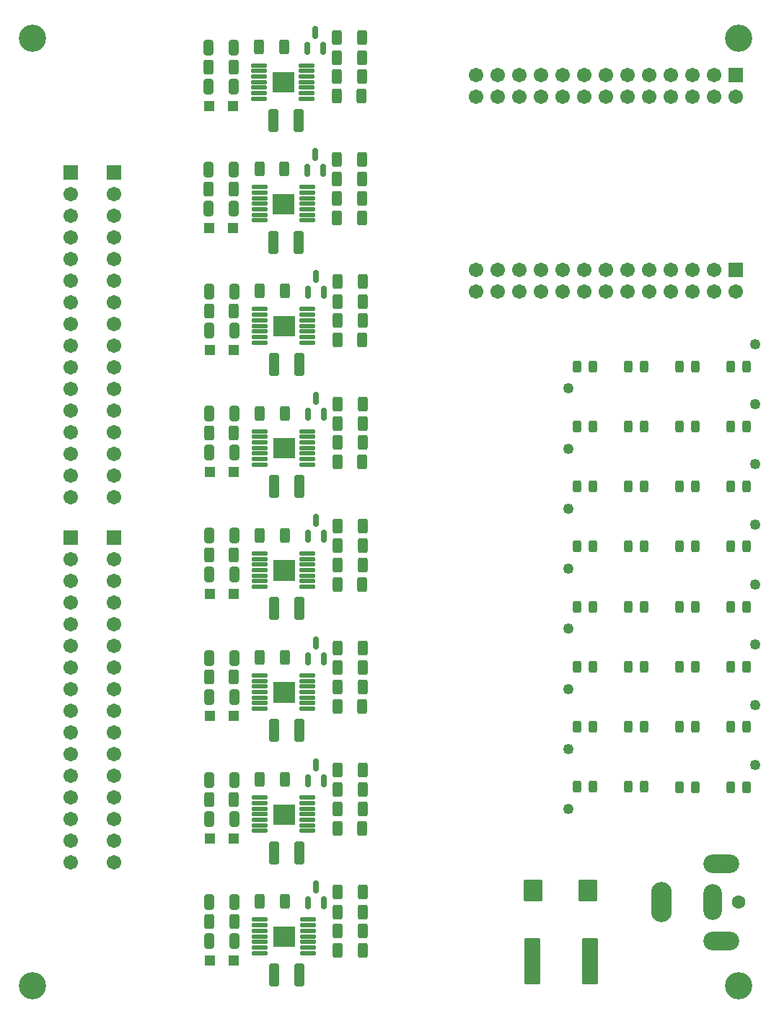
<source format=gbr>
%TF.GenerationSoftware,KiCad,Pcbnew,8.0.1*%
%TF.CreationDate,2024-08-26T16:05:16-04:00*%
%TF.ProjectId,16ch-driver-v1,31366368-2d64-4726-9976-65722d76312e,rev?*%
%TF.SameCoordinates,Original*%
%TF.FileFunction,Soldermask,Top*%
%TF.FilePolarity,Negative*%
%FSLAX46Y46*%
G04 Gerber Fmt 4.6, Leading zero omitted, Abs format (unit mm)*
G04 Created by KiCad (PCBNEW 8.0.1) date 2024-08-26 16:05:16*
%MOMM*%
%LPD*%
G01*
G04 APERTURE LIST*
G04 Aperture macros list*
%AMRoundRect*
0 Rectangle with rounded corners*
0 $1 Rounding radius*
0 $2 $3 $4 $5 $6 $7 $8 $9 X,Y pos of 4 corners*
0 Add a 4 corners polygon primitive as box body*
4,1,4,$2,$3,$4,$5,$6,$7,$8,$9,$2,$3,0*
0 Add four circle primitives for the rounded corners*
1,1,$1+$1,$2,$3*
1,1,$1+$1,$4,$5*
1,1,$1+$1,$6,$7*
1,1,$1+$1,$8,$9*
0 Add four rect primitives between the rounded corners*
20,1,$1+$1,$2,$3,$4,$5,0*
20,1,$1+$1,$4,$5,$6,$7,0*
20,1,$1+$1,$6,$7,$8,$9,0*
20,1,$1+$1,$8,$9,$2,$3,0*%
G04 Aperture macros list end*
%ADD10C,0.010000*%
%ADD11RoundRect,0.250000X-0.312500X-0.625000X0.312500X-0.625000X0.312500X0.625000X-0.312500X0.625000X0*%
%ADD12RoundRect,0.250000X-0.325000X-0.650000X0.325000X-0.650000X0.325000X0.650000X-0.325000X0.650000X0*%
%ADD13RoundRect,0.250000X0.312500X0.625000X-0.312500X0.625000X-0.312500X-0.625000X0.312500X-0.625000X0*%
%ADD14RoundRect,0.250000X0.325000X1.100000X-0.325000X1.100000X-0.325000X-1.100000X0.325000X-1.100000X0*%
%ADD15RoundRect,0.243750X-0.243750X-0.456250X0.243750X-0.456250X0.243750X0.456250X-0.243750X0.456250X0*%
%ADD16C,3.200000*%
%ADD17RoundRect,0.102000X-0.800000X-0.150000X0.800000X-0.150000X0.800000X0.150000X-0.800000X0.150000X0*%
%ADD18R,1.200000X1.200000*%
%ADD19C,1.250000*%
%ADD20RoundRect,0.250000X-0.875000X-1.025000X0.875000X-1.025000X0.875000X1.025000X-0.875000X1.025000X0*%
%ADD21RoundRect,0.102000X-0.754000X0.754000X-0.754000X-0.754000X0.754000X-0.754000X0.754000X0.754000X0*%
%ADD22C,1.712000*%
%ADD23RoundRect,0.150000X0.150000X-0.587500X0.150000X0.587500X-0.150000X0.587500X-0.150000X-0.587500X0*%
%ADD24RoundRect,0.250000X0.712500X2.475000X-0.712500X2.475000X-0.712500X-2.475000X0.712500X-2.475000X0*%
%ADD25C,1.600000*%
%ADD26O,2.454000X4.704000*%
%ADD27O,2.204000X4.204000*%
%ADD28O,4.204000X2.204000*%
G04 APERTURE END LIST*
D10*
%TO.C,U3*%
X127816503Y-79763213D02*
X125356503Y-79763213D01*
X125356503Y-77453213D01*
X127816503Y-77453213D01*
X127816503Y-79763213D01*
G36*
X127816503Y-79763213D02*
G01*
X125356503Y-79763213D01*
X125356503Y-77453213D01*
X127816503Y-77453213D01*
X127816503Y-79763213D01*
G37*
%TO.C,U8*%
X127836503Y-151391783D02*
X125376503Y-151391783D01*
X125376503Y-149081783D01*
X127836503Y-149081783D01*
X127836503Y-151391783D01*
G36*
X127836503Y-151391783D02*
G01*
X125376503Y-151391783D01*
X125376503Y-149081783D01*
X127836503Y-149081783D01*
X127836503Y-151391783D01*
G37*
%TO.C,U1*%
X127741503Y-51149999D02*
X125281503Y-51149999D01*
X125281503Y-48839999D01*
X127741503Y-48839999D01*
X127741503Y-51149999D01*
G36*
X127741503Y-51149999D02*
G01*
X125281503Y-51149999D01*
X125281503Y-48839999D01*
X127741503Y-48839999D01*
X127741503Y-51149999D01*
G37*
%TO.C,U2*%
X127766503Y-65437499D02*
X125306503Y-65437499D01*
X125306503Y-63127499D01*
X127766503Y-63127499D01*
X127766503Y-65437499D01*
G36*
X127766503Y-65437499D02*
G01*
X125306503Y-65437499D01*
X125306503Y-63127499D01*
X127766503Y-63127499D01*
X127766503Y-65437499D01*
G37*
%TO.C,U5*%
X127816503Y-108414641D02*
X125356503Y-108414641D01*
X125356503Y-106104641D01*
X127816503Y-106104641D01*
X127816503Y-108414641D01*
G36*
X127816503Y-108414641D02*
G01*
X125356503Y-108414641D01*
X125356503Y-106104641D01*
X127816503Y-106104641D01*
X127816503Y-108414641D01*
G37*
%TO.C,U4*%
X127816503Y-94088927D02*
X125356503Y-94088927D01*
X125356503Y-91778927D01*
X127816503Y-91778927D01*
X127816503Y-94088927D01*
G36*
X127816503Y-94088927D02*
G01*
X125356503Y-94088927D01*
X125356503Y-91778927D01*
X127816503Y-91778927D01*
X127816503Y-94088927D01*
G37*
%TO.C,U6*%
X127816503Y-122740355D02*
X125356503Y-122740355D01*
X125356503Y-120430355D01*
X127816503Y-120430355D01*
X127816503Y-122740355D01*
G36*
X127816503Y-122740355D02*
G01*
X125356503Y-122740355D01*
X125356503Y-120430355D01*
X127816503Y-120430355D01*
X127816503Y-122740355D01*
G37*
%TO.C,U7*%
X127816503Y-137066069D02*
X125356503Y-137066069D01*
X125356503Y-134756069D01*
X127816503Y-134756069D01*
X127816503Y-137066069D01*
G36*
X127816503Y-137066069D02*
G01*
X125356503Y-137066069D01*
X125356503Y-134756069D01*
X127816503Y-134756069D01*
X127816503Y-137066069D01*
G37*
%TD*%
D11*
%TO.C,R23*%
X117836503Y-91183927D03*
X120761503Y-91183927D03*
%TD*%
D12*
%TO.C,C3*%
X117757502Y-45965000D03*
X120707502Y-45964998D03*
%TD*%
D13*
%TO.C,R16*%
X135848803Y-75729913D03*
X132923803Y-75729913D03*
%TD*%
D14*
%TO.C,C23*%
X128437502Y-154741783D03*
X125487502Y-154741783D03*
%TD*%
D15*
%TO.C,D33*%
X161003481Y-97457731D03*
X162878481Y-97457731D03*
%TD*%
D12*
%TO.C,C4*%
X117757502Y-50534999D03*
X120707502Y-50534999D03*
%TD*%
%TO.C,C16*%
X117832502Y-107799641D03*
X120782502Y-107799641D03*
%TD*%
D15*
%TO.C,D38*%
X167053481Y-111557731D03*
X168928481Y-111557731D03*
%TD*%
D16*
%TO.C,H3*%
X97075000Y-44835000D03*
%TD*%
D13*
%TO.C,R3*%
X135771503Y-49374999D03*
X132846503Y-49374999D03*
%TD*%
D15*
%TO.C,D42*%
X161003481Y-118607731D03*
X162878481Y-118607731D03*
%TD*%
%TO.C,D29*%
X167053481Y-90407731D03*
X168928481Y-90407731D03*
%TD*%
D17*
%TO.C,U3*%
X123786503Y-76658213D03*
X123786503Y-77308213D03*
X123786503Y-77958213D03*
X123786503Y-78608213D03*
X123786503Y-79258213D03*
X123786503Y-79908213D03*
X123786503Y-80558213D03*
X129386503Y-80558213D03*
X129386503Y-79908213D03*
X129386503Y-79258213D03*
X129386503Y-78608213D03*
X129386503Y-77958213D03*
X129386503Y-77308213D03*
X129386503Y-76658213D03*
%TD*%
D15*
%TO.C,D39*%
X161003481Y-111557731D03*
X162878481Y-111557731D03*
%TD*%
D13*
%TO.C,R9*%
X135796503Y-63662499D03*
X132871503Y-63662499D03*
%TD*%
D18*
%TO.C,D13*%
X120695002Y-110069641D03*
X117895002Y-110069641D03*
%TD*%
D13*
%TO.C,R40*%
X135848803Y-133032769D03*
X132923803Y-133032769D03*
%TD*%
D17*
%TO.C,U8*%
X123806503Y-148286783D03*
X123806503Y-148936783D03*
X123806503Y-149586783D03*
X123806503Y-150236783D03*
X123806503Y-150886783D03*
X123806503Y-151536783D03*
X123806503Y-152186783D03*
X129406503Y-152186783D03*
X129406503Y-151536783D03*
X129406503Y-150886783D03*
X129406503Y-150236783D03*
X129406503Y-149586783D03*
X129406503Y-148936783D03*
X129406503Y-148286783D03*
%TD*%
D12*
%TO.C,C13*%
X117832502Y-93473927D03*
X120782502Y-93473927D03*
%TD*%
%TO.C,C6*%
X117782502Y-60252499D03*
X120732502Y-60252499D03*
%TD*%
D11*
%TO.C,R11*%
X117786503Y-62532499D03*
X120711503Y-62532499D03*
%TD*%
D15*
%TO.C,D5*%
X179087500Y-90410000D03*
X180962500Y-90410000D03*
%TD*%
D13*
%TO.C,R37*%
X135850002Y-130731069D03*
X132925002Y-130731069D03*
%TD*%
D15*
%TO.C,D41*%
X167053481Y-118607731D03*
X168928481Y-118607731D03*
%TD*%
D12*
%TO.C,C18*%
X117832502Y-117555355D03*
X120782502Y-117555355D03*
%TD*%
D18*
%TO.C,D22*%
X120715002Y-153046783D03*
X117915002Y-153046783D03*
%TD*%
D19*
%TO.C,LP4*%
X181980000Y-101910000D03*
X159980000Y-107110000D03*
%TD*%
D18*
%TO.C,D7*%
X120695002Y-81418213D03*
X117895002Y-81418213D03*
%TD*%
D11*
%TO.C,R35*%
X117836503Y-119835355D03*
X120761503Y-119835355D03*
%TD*%
D12*
%TO.C,C19*%
X117832502Y-122125355D03*
X120782502Y-122125355D03*
%TD*%
D20*
%TO.C,C1*%
X155906489Y-144837928D03*
X162306489Y-144837932D03*
%TD*%
D15*
%TO.C,D11*%
X179087500Y-104510000D03*
X180962500Y-104510000D03*
%TD*%
D18*
%TO.C,D10*%
X120695002Y-95743927D03*
X117895002Y-95743927D03*
%TD*%
D14*
%TO.C,C11*%
X128417502Y-97438927D03*
X125467502Y-97438927D03*
%TD*%
D15*
%TO.C,D26*%
X167053481Y-83357731D03*
X168928481Y-83357731D03*
%TD*%
D18*
%TO.C,D4*%
X120645002Y-67092499D03*
X117845002Y-67092499D03*
%TD*%
D13*
%TO.C,R19*%
X135850002Y-87753927D03*
X132925002Y-87753927D03*
%TD*%
D15*
%TO.C,D24*%
X173037500Y-132710000D03*
X174912500Y-132710000D03*
%TD*%
D21*
%TO.C,J3*%
X106637502Y-60639998D03*
X101557503Y-60640002D03*
D22*
X106637502Y-63179998D03*
X101557504Y-63179998D03*
X106637506Y-65719997D03*
X101557500Y-65719998D03*
X106637502Y-68259998D03*
X101557505Y-68259999D03*
X106637501Y-70799998D03*
X101557502Y-70800000D03*
X106637506Y-73339997D03*
X101557502Y-73339997D03*
X106637502Y-75879998D03*
X101557505Y-75879998D03*
X106637505Y-78420001D03*
X101557498Y-78419999D03*
X106637500Y-80960001D03*
X101557502Y-80959998D03*
X106637498Y-83499998D03*
X101557500Y-83499999D03*
X106637502Y-86039998D03*
X101557502Y-86039998D03*
X106637502Y-88579998D03*
X101557506Y-88579999D03*
X106637500Y-91119999D03*
X101557502Y-91119998D03*
X106637502Y-93659999D03*
X101557498Y-93659997D03*
X106637502Y-96199998D03*
X101557504Y-96199994D03*
X106637502Y-98739997D03*
X101557505Y-98739998D03*
%TD*%
D13*
%TO.C,R28*%
X135848803Y-104381341D03*
X132923803Y-104381341D03*
%TD*%
D23*
%TO.C,Q6*%
X129417502Y-117652855D03*
X131317502Y-117652855D03*
X130367502Y-115777855D03*
%TD*%
D13*
%TO.C,R48*%
X135850002Y-151896783D03*
X132925002Y-151896783D03*
%TD*%
%TO.C,R33*%
X135846503Y-120965355D03*
X132921503Y-120965355D03*
%TD*%
D23*
%TO.C,Q2*%
X129367502Y-60349999D03*
X131267502Y-60349999D03*
X130317502Y-58474999D03*
%TD*%
D12*
%TO.C,C12*%
X117832502Y-88903927D03*
X120782502Y-88903927D03*
%TD*%
D13*
%TO.C,R45*%
X135866503Y-149616783D03*
X132941503Y-149616783D03*
%TD*%
D15*
%TO.C,D23*%
X179087500Y-132710000D03*
X180962500Y-132710000D03*
%TD*%
D12*
%TO.C,C7*%
X117782502Y-64822499D03*
X120732502Y-64822499D03*
%TD*%
D13*
%TO.C,R4*%
X135773803Y-47116699D03*
X132848803Y-47116699D03*
%TD*%
D19*
%TO.C,LP7*%
X181979997Y-123060001D03*
X159979997Y-128260001D03*
%TD*%
D15*
%TO.C,D47*%
X167053481Y-132707731D03*
X168928481Y-132707731D03*
%TD*%
%TO.C,D27*%
X161003481Y-83357731D03*
X162878481Y-83357731D03*
%TD*%
D13*
%TO.C,R46*%
X135868803Y-147358483D03*
X132943803Y-147358483D03*
%TD*%
D18*
%TO.C,D16*%
X120695002Y-124395355D03*
X117895002Y-124395355D03*
%TD*%
D19*
%TO.C,LP5*%
X181979998Y-108959998D03*
X159979998Y-114159998D03*
%TD*%
D13*
%TO.C,R14*%
X126720002Y-74528213D03*
X123795002Y-74528213D03*
%TD*%
D14*
%TO.C,C14*%
X128417502Y-111764641D03*
X125467502Y-111764641D03*
%TD*%
%TO.C,C17*%
X128417502Y-126090355D03*
X125467502Y-126090355D03*
%TD*%
D24*
%TO.C,F1*%
X162537499Y-153184999D03*
X155762501Y-153185001D03*
%TD*%
D25*
%TO.C,J1*%
X179955088Y-146253587D03*
D26*
X170955086Y-146253591D03*
D27*
X176955086Y-146253591D03*
D28*
X177955085Y-141753590D03*
X177955086Y-150753591D03*
%TD*%
D11*
%TO.C,R29*%
X117836503Y-105509641D03*
X120761503Y-105509641D03*
%TD*%
D13*
%TO.C,R30*%
X135830002Y-108919641D03*
X132905002Y-108919641D03*
%TD*%
%TO.C,R39*%
X135846503Y-135291069D03*
X132921503Y-135291069D03*
%TD*%
D15*
%TO.C,D45*%
X161003481Y-125657731D03*
X162878481Y-125657731D03*
%TD*%
D14*
%TO.C,C2*%
X128342502Y-54499999D03*
X125392502Y-54499999D03*
%TD*%
D23*
%TO.C,Q7*%
X129417502Y-131978569D03*
X131317502Y-131978569D03*
X130367502Y-130103569D03*
%TD*%
D17*
%TO.C,U1*%
X123711503Y-48044999D03*
X123711503Y-48694999D03*
X123711503Y-49344999D03*
X123711503Y-49994999D03*
X123711503Y-50644999D03*
X123711503Y-51294999D03*
X123711503Y-51944999D03*
X129311503Y-51944999D03*
X129311503Y-51294999D03*
X129311503Y-50644999D03*
X129311503Y-49994999D03*
X129311503Y-49344999D03*
X129311503Y-48694999D03*
X129311503Y-48044999D03*
%TD*%
%TO.C,U2*%
X123736503Y-62332499D03*
X123736503Y-62982499D03*
X123736503Y-63632499D03*
X123736503Y-64282499D03*
X123736503Y-64932499D03*
X123736503Y-65582499D03*
X123736503Y-66232499D03*
X129336503Y-66232499D03*
X129336503Y-65582499D03*
X129336503Y-64932499D03*
X129336503Y-64282499D03*
X129336503Y-63632499D03*
X129336503Y-62982499D03*
X129336503Y-62332499D03*
%TD*%
D13*
%TO.C,R1*%
X135775000Y-44815000D03*
X132850004Y-44814998D03*
%TD*%
D12*
%TO.C,C24*%
X117852502Y-146206783D03*
X120802502Y-146206783D03*
%TD*%
D15*
%TO.C,D3*%
X173037500Y-83360000D03*
X174912500Y-83360000D03*
%TD*%
D13*
%TO.C,R8*%
X126670002Y-60202499D03*
X123745002Y-60202499D03*
%TD*%
%TO.C,R34*%
X135848803Y-118707055D03*
X132923803Y-118707055D03*
%TD*%
D16*
%TO.C,H1*%
X97075000Y-156060000D03*
%TD*%
D13*
%TO.C,R44*%
X126740002Y-146156783D03*
X123815002Y-146156783D03*
%TD*%
D15*
%TO.C,D44*%
X167053481Y-125657731D03*
X168928481Y-125657731D03*
%TD*%
D12*
%TO.C,C25*%
X117852502Y-150776783D03*
X120802502Y-150776783D03*
%TD*%
D13*
%TO.C,R38*%
X126720002Y-131831069D03*
X123795002Y-131831069D03*
%TD*%
D23*
%TO.C,Q4*%
X129417502Y-89001427D03*
X131317502Y-89001427D03*
X130367502Y-87126427D03*
%TD*%
D15*
%TO.C,D9*%
X173037500Y-97460000D03*
X174912500Y-97460000D03*
%TD*%
%TO.C,D20*%
X179087500Y-125660000D03*
X180962500Y-125660000D03*
%TD*%
D21*
%TO.C,J4*%
X106662502Y-103439998D03*
X101582503Y-103440002D03*
D22*
X106662502Y-105979998D03*
X101582504Y-105979998D03*
X106662506Y-108519997D03*
X101582500Y-108519997D03*
X106662502Y-111059998D03*
X101582505Y-111059999D03*
X106662501Y-113599998D03*
X101582502Y-113599999D03*
X106662506Y-116139997D03*
X101582502Y-116139997D03*
X106662502Y-118679998D03*
X101582505Y-118679998D03*
X106662505Y-121220001D03*
X101582498Y-121219999D03*
X106662500Y-123760001D03*
X101582502Y-123759998D03*
X106662498Y-126299998D03*
X101582500Y-126299999D03*
X106662502Y-128839998D03*
X101582502Y-128839998D03*
X106662502Y-131379998D03*
X101582506Y-131379999D03*
X106662500Y-133919999D03*
X101582502Y-133919998D03*
X106662502Y-136459999D03*
X101582498Y-136459996D03*
X106662502Y-138999998D03*
X101582504Y-138999994D03*
X106662502Y-141539997D03*
X101582505Y-141539998D03*
%TD*%
D13*
%TO.C,R43*%
X135870002Y-145056783D03*
X132945002Y-145056783D03*
%TD*%
D15*
%TO.C,D30*%
X161003481Y-90407731D03*
X162878481Y-90407731D03*
%TD*%
D23*
%TO.C,Q3*%
X129417502Y-74675713D03*
X131317502Y-74675713D03*
X130367502Y-72800713D03*
%TD*%
%TO.C,Q1*%
X129342502Y-46062499D03*
X131242502Y-46062499D03*
X130292502Y-44187499D03*
%TD*%
D11*
%TO.C,R47*%
X117856503Y-148486783D03*
X120781503Y-148486783D03*
%TD*%
D17*
%TO.C,U5*%
X123786503Y-105309641D03*
X123786503Y-105959641D03*
X123786503Y-106609641D03*
X123786503Y-107259641D03*
X123786503Y-107909641D03*
X123786503Y-108559641D03*
X123786503Y-109209641D03*
X129386503Y-109209641D03*
X129386503Y-108559641D03*
X129386503Y-107909641D03*
X129386503Y-107259641D03*
X129386503Y-106609641D03*
X129386503Y-105959641D03*
X129386503Y-105309641D03*
%TD*%
D16*
%TO.C,H2*%
X180025000Y-156060000D03*
%TD*%
D13*
%TO.C,R15*%
X135846503Y-77988213D03*
X132921503Y-77988213D03*
%TD*%
D21*
%TO.C,U18*%
X179697061Y-49188985D03*
D22*
X179697064Y-51728988D03*
X177157064Y-49188988D03*
X177157065Y-51728987D03*
X174617064Y-49188983D03*
X174617064Y-51728984D03*
X172077066Y-49188983D03*
X172077064Y-51728987D03*
X169537064Y-49188987D03*
X169537064Y-51728986D03*
X166997064Y-49188987D03*
X166997064Y-51728987D03*
X164457064Y-49188987D03*
X164457064Y-51728987D03*
X161917064Y-49188987D03*
X161917064Y-51728987D03*
X159377064Y-49188987D03*
X159377064Y-51728987D03*
X156837067Y-49188988D03*
X156837064Y-51728987D03*
X154297063Y-49188987D03*
X154297064Y-51728987D03*
X151757068Y-49188981D03*
X151757060Y-51728985D03*
X149217064Y-49188987D03*
X149217064Y-51728987D03*
D21*
X179697064Y-72078987D03*
D22*
X179687070Y-74618982D03*
X177157064Y-72078987D03*
X177157064Y-74618987D03*
X174617068Y-72078989D03*
X174617060Y-74618993D03*
X172077064Y-72078987D03*
X172077065Y-74618987D03*
X169537064Y-72078987D03*
X169537061Y-74618986D03*
X166997064Y-72078987D03*
X166997064Y-74618987D03*
X164457064Y-72078987D03*
X164457064Y-74618987D03*
X161917064Y-72078987D03*
X161917064Y-74618987D03*
X159377064Y-72078987D03*
X159377064Y-74618987D03*
X156837064Y-72078988D03*
X156837064Y-74618987D03*
X154297064Y-72078987D03*
X154297062Y-74618991D03*
X151757064Y-72078990D03*
X151757064Y-74618991D03*
X149217063Y-72078987D03*
X149217064Y-74618986D03*
%TD*%
D13*
%TO.C,R10*%
X135798803Y-61404199D03*
X132873803Y-61404199D03*
%TD*%
D14*
%TO.C,C20*%
X128417502Y-140416069D03*
X125467502Y-140416069D03*
%TD*%
D19*
%TO.C,LP8*%
X181980000Y-130110000D03*
X159980000Y-135310000D03*
%TD*%
D18*
%TO.C,D19*%
X120695002Y-138721069D03*
X117895002Y-138721069D03*
%TD*%
D13*
%TO.C,R6*%
X135755000Y-51655000D03*
X132830004Y-51654998D03*
%TD*%
D15*
%TO.C,D18*%
X173037500Y-118610000D03*
X174912500Y-118610000D03*
%TD*%
D13*
%TO.C,R7*%
X135800002Y-59102499D03*
X132875002Y-59102499D03*
%TD*%
D15*
%TO.C,D15*%
X173062500Y-111560000D03*
X174937500Y-111560000D03*
%TD*%
D14*
%TO.C,C5*%
X128367502Y-68787499D03*
X125417502Y-68787499D03*
%TD*%
D17*
%TO.C,U4*%
X123786503Y-90983927D03*
X123786503Y-91633927D03*
X123786503Y-92283927D03*
X123786503Y-92933927D03*
X123786503Y-93583927D03*
X123786503Y-94233927D03*
X123786503Y-94883927D03*
X129386503Y-94883927D03*
X129386503Y-94233927D03*
X129386503Y-93583927D03*
X129386503Y-92933927D03*
X129386503Y-92283927D03*
X129386503Y-91633927D03*
X129386503Y-90983927D03*
%TD*%
D13*
%TO.C,R18*%
X135830002Y-80268213D03*
X132905002Y-80268213D03*
%TD*%
D23*
%TO.C,Q8*%
X129437502Y-146304283D03*
X131337502Y-146304283D03*
X130387502Y-144429283D03*
%TD*%
D13*
%TO.C,R24*%
X135830002Y-94593927D03*
X132905002Y-94593927D03*
%TD*%
D18*
%TO.C,D1*%
X120620002Y-52804999D03*
X117820002Y-52804999D03*
%TD*%
D13*
%TO.C,R13*%
X135850002Y-73428213D03*
X132925002Y-73428213D03*
%TD*%
%TO.C,R27*%
X135846503Y-106639641D03*
X132921503Y-106639641D03*
%TD*%
D15*
%TO.C,D2*%
X179087500Y-83360000D03*
X180962500Y-83360000D03*
%TD*%
D13*
%TO.C,R21*%
X135846503Y-92313927D03*
X132921503Y-92313927D03*
%TD*%
D15*
%TO.C,D14*%
X179087500Y-111560000D03*
X180962500Y-111560000D03*
%TD*%
D13*
%TO.C,R42*%
X135830002Y-137571069D03*
X132905002Y-137571069D03*
%TD*%
D15*
%TO.C,D21*%
X173037500Y-125660000D03*
X174912500Y-125660000D03*
%TD*%
D13*
%TO.C,R12*%
X135780002Y-65942499D03*
X132855002Y-65942499D03*
%TD*%
%TO.C,R31*%
X135850002Y-116405355D03*
X132925002Y-116405355D03*
%TD*%
D23*
%TO.C,Q5*%
X129417502Y-103327141D03*
X131317502Y-103327141D03*
X130367502Y-101452141D03*
%TD*%
D15*
%TO.C,D48*%
X161006830Y-132708222D03*
X162881830Y-132708222D03*
%TD*%
D19*
%TO.C,LP2*%
X181979997Y-87810002D03*
X159979997Y-93010002D03*
%TD*%
D16*
%TO.C,H4*%
X180025000Y-44835000D03*
%TD*%
D13*
%TO.C,R20*%
X126720002Y-88853927D03*
X123795002Y-88853927D03*
%TD*%
%TO.C,R32*%
X126720002Y-117505355D03*
X123795002Y-117505355D03*
%TD*%
D19*
%TO.C,LP6*%
X181980000Y-116010002D03*
X159980000Y-121210002D03*
%TD*%
D12*
%TO.C,C9*%
X117832502Y-74578213D03*
X120782502Y-74578213D03*
%TD*%
D13*
%TO.C,R2*%
X126645002Y-45914999D03*
X123720002Y-45914999D03*
%TD*%
D12*
%TO.C,C22*%
X117832502Y-136451069D03*
X120782502Y-136451069D03*
%TD*%
D11*
%TO.C,R5*%
X117761503Y-48244999D03*
X120686503Y-48244999D03*
%TD*%
D19*
%TO.C,LP1*%
X181979997Y-80759998D03*
X159979997Y-85959998D03*
%TD*%
D15*
%TO.C,D8*%
X179087500Y-97460000D03*
X180962500Y-97460000D03*
%TD*%
%TO.C,D32*%
X167053481Y-97457731D03*
X168928481Y-97457731D03*
%TD*%
D12*
%TO.C,C21*%
X117832502Y-131881069D03*
X120782502Y-131881069D03*
%TD*%
D13*
%TO.C,R26*%
X126720002Y-103179641D03*
X123795002Y-103179641D03*
%TD*%
D15*
%TO.C,D36*%
X161003481Y-104507731D03*
X162878481Y-104507731D03*
%TD*%
%TO.C,D12*%
X173037500Y-104510000D03*
X174912500Y-104510000D03*
%TD*%
D11*
%TO.C,R17*%
X117836503Y-76858213D03*
X120761503Y-76858213D03*
%TD*%
D17*
%TO.C,U6*%
X123786503Y-119635355D03*
X123786503Y-120285355D03*
X123786503Y-120935355D03*
X123786503Y-121585355D03*
X123786503Y-122235355D03*
X123786503Y-122885355D03*
X123786503Y-123535355D03*
X129386503Y-123535355D03*
X129386503Y-122885355D03*
X129386503Y-122235355D03*
X129386503Y-121585355D03*
X129386503Y-120935355D03*
X129386503Y-120285355D03*
X129386503Y-119635355D03*
%TD*%
D13*
%TO.C,R22*%
X135848803Y-90055627D03*
X132923803Y-90055627D03*
%TD*%
%TO.C,R36*%
X135830002Y-123245355D03*
X132905002Y-123245355D03*
%TD*%
D12*
%TO.C,C10*%
X117832502Y-79148213D03*
X120782502Y-79148213D03*
%TD*%
%TO.C,C15*%
X117832502Y-103229641D03*
X120782502Y-103229641D03*
%TD*%
D17*
%TO.C,U7*%
X123786503Y-133961069D03*
X123786503Y-134611069D03*
X123786503Y-135261069D03*
X123786503Y-135911069D03*
X123786503Y-136561069D03*
X123786503Y-137211069D03*
X123786503Y-137861069D03*
X129386503Y-137861069D03*
X129386503Y-137211069D03*
X129386503Y-136561069D03*
X129386503Y-135911069D03*
X129386503Y-135261069D03*
X129386503Y-134611069D03*
X129386503Y-133961069D03*
%TD*%
D15*
%TO.C,D35*%
X167053481Y-104507731D03*
X168928481Y-104507731D03*
%TD*%
D11*
%TO.C,R41*%
X117836503Y-134161069D03*
X120761503Y-134161069D03*
%TD*%
D19*
%TO.C,LP3*%
X181980000Y-94860000D03*
X159980000Y-100060000D03*
%TD*%
D13*
%TO.C,R25*%
X135850002Y-102079641D03*
X132925002Y-102079641D03*
%TD*%
D15*
%TO.C,D17*%
X179087500Y-118610000D03*
X180962500Y-118610000D03*
%TD*%
D14*
%TO.C,C8*%
X128417502Y-83113213D03*
X125467502Y-83113213D03*
%TD*%
D15*
%TO.C,D6*%
X173037500Y-90410000D03*
X174912500Y-90410000D03*
%TD*%
M02*

</source>
